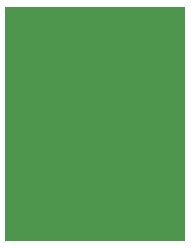
<source format=gbr>
G04 DipTrace 2.3.0.3*
%INBoard.gbr*%
%MOIN*%
%ADD11C,0.0055*%
%FSLAX44Y44*%
G04*
G70*
G90*
G75*
G01*
%LNBoardPoly*%
%LPD*%
G36*
X3940Y3940D2*
D11*
X9940D1*
Y11753D1*
X3940D1*
Y3940D1*
G37*
M02*

</source>
